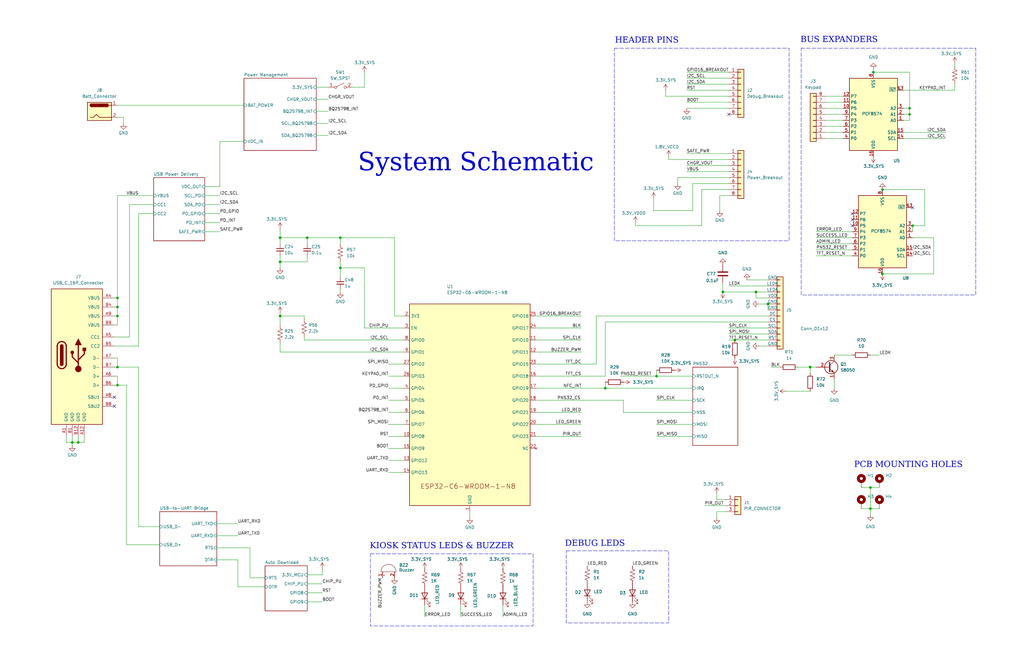
<source format=kicad_sch>
(kicad_sch (version 20231120) (generator "eeschema") (generator_version "8.0")
  (paper "B")
  (title_block (title "SCAN") (date "2024-11-25") (rev "v1.0") (company "Senior Design Group 35"))
  (lib_symbols
    (symbol "Connector:Jack-DC" (pin_names (offset 1.016))
      (property "Reference" "J" (at 0 5.334 0))
      (property "Value" "Jack-DC" (at 0 -5.08 0))
      (symbol "Jack-DC_1_1"
        (pin passive line (at 7.62 2.54 180) (length 2.54) (name "~") (number "1"))
        (pin passive line (at 7.62 -2.54 180) (length 2.54) (name "~") (number "2"))
      )
    )
    (symbol "Connector:USB_C_Receptacle" (pin_names (offset 1.016))
      (property "Reference" "J7" (at 0 33.02 0))
      (property "Value" "USB_C_16P_Connector" (at 0 30.48 0))
      (symbol "USB_C_Receptacle_1_1"
        (pin passive line (at -5.08 -34.29 90) (length 5.08) (name "GND") (number "A1"))
        (pin passive line (at 2.54 -34.29 90) (length 5.08) (name "GND") (number "A12"))
        (pin passive line (at 15.24 24.13 180) (length 5.08) (name "VBUS") (number "A4"))
        (pin bidirectional line (at 15.24 7.62 180) (length 5.08) (name "CC1") (number "A5"))
        (pin bidirectional line (at 15.24 -8.89 180) (length 5.08) (name "D+") (number "A6"))
        (pin bidirectional line (at 15.24 -1.27 180) (length 5.08) (name "D-") (number "A7"))
        (pin bidirectional line (at 15.24 -17.78 180) (length 5.08) (name "SBU1") (number "A8"))
        (pin passive line (at 15.24 16.51 180) (length 5.08) (name "VBUS") (number "A9"))
        (pin passive line (at -2.54 -34.29 90) (length 5.08) (name "GND") (number "B1"))
        (pin passive line (at 0 -34.29 90) (length 5.08) (name "GND") (number "B12"))
        (pin passive line (at 15.24 20.32 180) (length 5.08) (name "VBUS") (number "B4"))
        (pin bidirectional line (at 15.24 3.81 180) (length 5.08) (name "CC2") (number "B5"))
        (pin bidirectional line (at 15.24 -12.7 180) (length 5.08) (name "D+") (number "B6"))
        (pin bidirectional line (at 15.24 -5.08 180) (length 5.08) (name "D-") (number "B7"))
        (pin bidirectional line (at 15.24 -21.59 180) (length 5.08) (name "SBU2") (number "B8"))
        (pin passive line (at 15.24 12.7 180) (length 5.08) (name "VBUS") (number "B9"))
      )
    )
    (symbol "Connector_Generic:Conn_01x03" (pin_names (offset 1.016) hide)
      (property "Reference" "J" (at 0 5.08 0))
      (property "Value" "Conn_01x03" (at 0 -5.08 0))
      (symbol "Conn_01x03_1_1"
        (pin passive line (at -5.08 2.54 0) (length 3.81) (name "Pin_1") (number "1"))
        (pin passive line (at -5.08 0 0) (length 3.81) (name "Pin_2") (number "2"))
        (pin passive line (at -5.08 -2.54 0) (length 3.81) (name "Pin_3") (number "3"))
      )
    )
    (symbol "Connector_Generic:Conn_01x08" (pin_names (offset 1.016) hide)
      (property "Reference" "J" (at 0 10.16 0))
      (property "Value" "Conn_01x08" (at 0 -12.7 0))
      (symbol "Conn_01x08_1_1"
        (pin passive line (at -5.08 7.62 0) (length 3.81) (name "Pin_1") (number "1"))
        (pin passive line (at -5.08 5.08 0) (length 3.81) (name "Pin_2") (number "2"))
        (pin passive line (at -5.08 2.54 0) (length 3.81) (name "Pin_3") (number "3"))
        (pin passive line (at -5.08 0 0) (length 3.81) (name "Pin_4") (number "4"))
        (pin passive line (at -5.08 -2.54 0) (length 3.81) (name "Pin_5") (number "5"))
        (pin passive line (at -5.08 -5.08 0) (length 3.81) (name "Pin_6") (number "6"))
        (pin passive line (at -5.08 -7.62 0) (length 3.81) (name "Pin_7") (number "7"))
        (pin passive line (at -5.08 -10.16 0) (length 3.81) (name "Pin_8") (number "8"))
      )
    )
    (symbol "Connector_Generic:Conn_01x12" (pin_numbers hide) (pin_names (offset 0))
      (property "Reference" "J5" (at 2.54 0.0001 0))
      (property "Value" "Conn_01x12" (at 8.636 -7.874 0))
      (symbol "Conn_01x12_1_1"
        (pin passive line (at -5.08 12.7 0) (length 3.81) (name "GND") (number "1"))
        (pin passive line (at -5.08 -10.16 0) (length 3.81) (name "SDA") (number "10"))
        (pin passive line (at -5.08 -12.7 0) (length 3.81) (name "RST") (number "11"))
        (pin passive line (at -5.08 -15.24 0) (length 3.81) (name "GND") (number "12"))
        (pin passive line (at -5.08 10.16 0) (length 3.81) (name "LEDK") (number "2"))
        (pin passive line (at -5.08 7.62 0) (length 3.81) (name "LEDA") (number "3"))
        (pin passive line (at -5.08 5.08 0) (length 3.81) (name "VDD") (number "4"))
        (pin passive line (at -5.08 2.54 0) (length 3.81) (name "GND") (number "5"))
        (pin passive line (at -5.08 0 0) (length 3.81) (name "GND") (number "6"))
        (pin passive line (at -5.08 -2.54 0) (length 3.81) (name "DC") (number "7"))
        (pin passive line (at -5.08 -5.08 0) (length 3.81) (name "CS") (number "8"))
        (pin passive line (at -5.08 -7.62 0) (length 3.81) (name "SCL") (number "9"))
      )
    )
    (symbol "Device:Buzzer" (pin_names (offset 0.0254) hide)
      (property "Reference" "BZ" (at 3.81 1.27 0))
      (property "Value" "Buzzer" (at 3.81 -1.27 0))
      (symbol "Buzzer_1_1"
        (pin passive line (at -2.54 2.54 0) (length 2.54) (name "-") (number "1"))
        (pin passive line (at -2.54 -2.54 0) (length 2.54) (name "+") (number "2"))
      )
    )
    (symbol "Device:C" (pin_numbers hide) (pin_names (offset 0.254))
      (property "Reference" "C" (at 0.635 2.54 0))
      (property "Value" "C" (at 0.635 -2.54 0))
      (symbol "C_1_1"
        (pin passive line (at 0 3.81 270) (length 2.794) (name "~") (number "1"))
        (pin passive line (at 0 -3.81 90) (length 2.794) (name "~") (number "2"))
      )
    )
    (symbol "Device:C_Small" (pin_numbers hide) (pin_names (offset 0.254) hide)
      (property "Reference" "C" (at 0.254 1.778 0))
      (property "Value" "C_Small" (at 0.254 -2.032 0))
      (symbol "C_Small_1_1"
        (pin passive line (at 0 2.54 270) (length 2.032) (name "~") (number "1"))
        (pin passive line (at 0 -2.54 90) (length 2.032) (name "~") (number "2"))
      )
    )
    (symbol "Device:LED" (pin_numbers hide) (pin_names (offset 1.016) hide)
      (property "Reference" "D" (at 0 2.54 0))
      (property "Value" "LED" (at 0 -2.54 0))
      (symbol "LED_1_1"
        (pin passive line (at -3.81 0 0) (length 2.54) (name "K") (number "1"))
        (pin passive line (at 3.81 0 180) (length 2.54) (name "A") (number "2"))
      )
    )
    (symbol "Device:R" (pin_numbers hide) (pin_names (offset 0))
      (property "Reference" "R" (at 2.032 0 90))
      (property "Value" "R" (at 0 0 90))
      (symbol "R_1_1"
        (pin passive line (at 0 3.81 270) (length 1.27) (name "~") (number "1"))
        (pin passive line (at 0 -3.81 90) (length 1.27) (name "~") (number "2"))
      )
    )
    (symbol "Device:R_US" (pin_numbers hide) (pin_names (offset 0))
      (property "Reference" "R" (at 2.54 0 90))
      (property "Value" "R_US" (at -2.54 0 90))
      (symbol "R_US_1_1"
        (pin passive line (at 0 3.81 270) (length 1.27) (name "~") (number "1"))
        (pin passive line (at 0 -3.81 90) (length 1.27) (name "~") (number "2"))
      )
    )
    (symbol "GND_1" (power) (pin_numbers hide) (pin_names (offset 0) hide)
      (property "Value" "GND" (at 0 -3.81 0))
      (symbol "GND_1_1_1"
        (pin power_in line (at 0 0 270) (length 0) (name "~") (number "1"))
      )
    )
    (symbol "GND_2" (power) (pin_numbers hide) (pin_names (offset 0) hide)
      (property "Value" "GND" (at 0 -3.81 0))
      (symbol "GND_2_1_1"
        (pin power_in line (at 0 0 270) (length 0) (name "~") (number "1"))
      )
    )
    (symbol "GND_3" (power) (pin_numbers hide) (pin_names (offset 0) hide)
      (property "Value" "GND" (at 0 -3.81 0))
      (symbol "GND_3_1_1"
        (pin power_in line (at 0 0 270) (length 0) (name "~") (number "1"))
      )
    )
    (symbol "GND_4" (power) (pin_numbers hide) (pin_names (offset 0) hide)
      (property "Value" "GND" (at 0 -3.81 0))
      (symbol "GND_4_1_1"
        (pin power_in line (at 0 0 270) (length 0) (name "~") (number "1"))
      )
    )
    (symbol "Interface_Expansion:PCF8574"
      (property "Reference" "U" (at -8.89 16.51 0))
      (property "Value" "PCF8574" (at 2.54 16.51 0))
      (symbol "PCF8574_1_1"
        (pin input line (at -12.7 2.54 0) (length 2.54) (name "A0") (number "1"))
        (pin bidirectional line (at 12.7 -2.54 180) (length 2.54) (name "P5") (number "10"))
        (pin bidirectional line (at 12.7 -5.08 180) (length 2.54) (name "P6") (number "11"))
        (pin bidirectional line (at 12.7 -7.62 180) (length 2.54) (name "P7") (number "12"))
        (pin open_collector output_low (at -12.7 -10.16 0) (length 2.54) (name "~{INT}") (number "13"))
        (pin input line (at -12.7 10.16 0) (length 2.54) (name "SCL") (number "14"))
        (pin bidirectional line (at -12.7 7.62 0) (length 2.54) (name "SDA") (number "15"))
        (pin power_in line (at 0 17.78 270) (length 2.54) (name "VDD") (number "16"))
        (pin input line (at -12.7 0 0) (length 2.54) (name "A1") (number "2"))
        (pin input line (at -12.7 -2.54 0) (length 2.54) (name "A2") (number "3"))
        (pin bidirectional line (at 12.7 10.16 180) (length 2.54) (name "P0") (number "4"))
        (pin bidirectional line (at 12.7 7.62 180) (length 2.54) (name "P1") (number "5"))
        (pin bidirectional line (at 12.7 5.08 180) (length 2.54) (name "P2") (number "6"))
        (pin bidirectional line (at 12.7 2.54 180) (length 2.54) (name "P3") (number "7"))
        (pin power_in line (at 0 -17.78 90) (length 2.54) (name "VSS") (number "8"))
        (pin bidirectional line (at 12.7 0 180) (length 2.54) (name "P4") (number "9"))
      )
    )
    (symbol "Mechanical:MountingHole_Pad" (pin_numbers hide) (pin_names (offset 1.016) hide) (exclude_from_sim yes) (in_bom no)
      (property "Reference" "H" (at 0 6.35 0))
      (property "Value" "MountingHole_Pad" (at 0 4.445 0))
      (symbol "MountingHole_Pad_1_1"
        (pin input line (at 0 -2.54 90) (length 2.54) (name "1") (number "1"))
      )
    )
    (symbol "PCM_Espressif:ESP32-C6-WROOM-1"
      (property "Reference" "U1" (at -9.652 40.386 0))
      (property "Value" "ESP32-C6-WROOM-1-N8" (at -9.652 37.846 0))
      (symbol "ESP32-C6-WROOM-1_1_0"
        (text "ESP32-C6-WROOM-1-N8" (at -0.762 -43.942 0) (effects (font (size 2 2))))
      )
      (symbol "ESP32-C6-WROOM-1_1_1"
        (pin power_in line (at 0 -54.61 90) (length 2.54) (name "GND") (number "1"))
        (pin bidirectional line (at -27.94 -22.86 0) (length 2.54) (name "GPIO8") (number "10"))
        (pin bidirectional line (at 27.94 17.78 180) (length 2.54) (name "GPIO10") (number "11"))
        (pin bidirectional line (at 27.94 12.7 180) (length 2.54) (name "GPIO11") (number "12"))
        (pin bidirectional line (at -27.94 -33.02 0) (length 2.54) (name "GPIO12") (number "13"))
        (pin bidirectional line (at -27.94 -38.1 0) (length 2.54) (name "GPIO13") (number "14"))
        (pin bidirectional line (at -27.94 -27.94 0) (length 2.54) (name "GPIO9") (number "15"))
        (pin bidirectional line (at 27.94 2.54 180) (length 2.54) (name "GPIO18") (number "16"))
        (pin bidirectional line (at 27.94 -2.54 180) (length 2.54) (name "GPIO19") (number "17"))
        (pin bidirectional line (at 27.94 -7.62 180) (length 2.54) (name "GPIO20") (number "18"))
        (pin bidirectional line (at 27.94 -12.7 180) (length 2.54) (name "GPIO21") (number "19"))
        (pin power_in line (at -27.94 27.94 0) (length 2.54) (name "3V3") (number "2"))
        (pin bidirectional line (at 27.94 -17.78 180) (length 2.54) (name "GPIO22") (number "20"))
        (pin bidirectional line (at 27.94 -22.86 180) (length 2.54) (name "GPIO23") (number "21"))
        (pin no_connect line (at 27.94 -27.94 180) (length 2.54) (name "NC") (number "22"))
        (pin bidirectional line (at 27.94 7.62 180) (length 2.54) (name "GPIO15") (number "23"))
        (pin bidirectional line (at 27.94 22.86 180) (length 2.54) (name "GPIO17") (number "24"))
        (pin bidirectional line (at 27.94 27.94 180) (length 2.54) (name "GPIO16") (number "25"))
        (pin bidirectional line (at -27.94 2.54 0) (length 2.54) (name "GPIO3") (number "26"))
        (pin bidirectional line (at -27.94 7.62 0) (length 2.54) (name "GPIO2") (number "27"))
        (pin input line (at -27.94 22.86 0) (length 2.54) (name "EN") (number "3"))
        (pin bidirectional line (at -27.94 -2.54 0) (length 2.54) (name "GPIO4") (number "4"))
        (pin bidirectional line (at -27.94 -7.62 0) (length 2.54) (name "GPIO5") (number "5"))
        (pin bidirectional line (at -27.94 -12.7 0) (length 2.54) (name "GPIO6") (number "6"))
        (pin bidirectional line (at -27.94 -17.78 0) (length 2.54) (name "GPIO7") (number "7"))
        (pin bidirectional line (at -27.94 17.78 0) (length 2.54) (name "GPIO0") (number "8"))
        (pin bidirectional line (at -27.94 12.7 0) (length 2.54) (name "GPIO1") (number "9"))
      )
    )
    (symbol "Switch:SW_SPST" (pin_names (offset 0) hide)
      (property "Reference" "SW" (at 0 3.175 0))
      (property "Value" "SW_SPST" (at 0 -2.54 0))
      (symbol "SW_SPST_1_1"
        (pin passive line (at -5.08 0 0) (length 2.54) (name "A") (number "1"))
        (pin passive line (at 5.08 0 180) (length 2.54) (name "B") (number "2"))
      )
    )
    (symbol "Transistor_BJT:S8050" (pin_names (offset 0) hide)
      (property "Reference" "Q" (at 5.08 1.905 0))
      (property "Value" "S8050" (at 5.08 0 0))
      (symbol "S8050_1_1"
        (pin passive line (at 2.54 -5.08 90) (length 2.54) (name "E") (number "1"))
        (pin input line (at -5.08 0 0) (length 5.08) (name "B") (number "2"))
        (pin passive line (at 2.54 5.08 270) (length 2.54) (name "C") (number "3"))
      )
    )
    (symbol "power:+3.3V" (power) (pin_numbers hide) (pin_names (offset 0) hide)
      (property "Value" "+3.3V" (at 0 3.556 0))
      (symbol "+3.3V_1_1"
        (pin power_in line (at 0 0 90) (length 0) (name "~") (number "1"))
      )
    )
    (symbol "power:GND" (power) (pin_names (offset 0))
      (property "Value" "GND" (at 0 -3.81 0))
      (symbol "GND_1_1"
        (pin power_in line (at 0 0 270) (length 0) hide (name "GND") (number "1"))
      )
    )
  )
  (junction (at 372.11 115.57))
  (junction (at 304.8 123.19))
  (junction (at 118.11 100.33))
  (junction (at 49.53 133.35))
  (junction (at 143.51 100.33))
  (junction (at 367.03 214.63))
  (junction (at 49.53 162.56))
  (junction (at 341.63 154.94))
  (junction (at 143.51 113.03))
  (junction (at 383.54 48.26))
  (junction (at 118.11 133.35))
  (junction (at 383.54 45.72))
  (junction (at 255.27 163.83))
  (junction (at 49.53 129.54))
  (junction (at 323.85 128.27))
  (junction (at 368.3 30.48))
  (junction (at 318.77 123.19))
  (junction (at 118.11 110.49))
  (junction (at 33.02 186.69))
  (junction (at 309.88 143.51))
  (junction (at 30.48 186.69))
  (junction (at 384.81 95.25))
  (junction (at 49.53 154.94))
  (junction (at 129.54 100.33))
  (junction (at 367.03 205.74))
  (junction (at 276.86 158.75))
  (junction (at 372.11 80.01))
  (junction (at 49.53 125.73))
  (no_connect (at 359.41 95.25))
  (no_connect (at 359.41 92.71))
  (no_connect (at 307.34 48.26))
  (no_connect (at 384.81 87.63))
  (no_connect (at 48.26 171.45))
  (no_connect (at 359.41 90.17))
  (no_connect (at 48.26 167.64))
  (wire (pts (xy 289.56 69.85) (xy 307.34 69.85)))
  (wire (pts (xy 344.17 105.41) (xy 359.41 105.41)))
  (wire (pts (xy 105.41 243.84) (xy 105.41 231.14)))
  (wire (pts (xy 118.11 144.78) (xy 118.11 148.59)))
  (wire (pts (xy 307.34 82.55) (xy 303.53 82.55)))
  (wire (pts (xy 381 38.1) (xy 402.59 38.1)))
  (wire (pts (xy 318.77 123.19) (xy 304.8 123.19)))
  (wire (pts (xy 128.27 133.35) (xy 118.11 133.35)))
  (wire (pts (xy 118.11 148.59) (xy 170.18 148.59)))
  (wire (pts (xy 48.26 146.05) (xy 58.42 146.05)))
  (wire (pts (xy 289.56 38.1) (xy 307.34 38.1)))
  (wire (pts (xy 280.67 40.64) (xy 307.34 40.64)))
  (wire (pts (xy 347.98 40.64) (xy 355.6 40.64)))
  (wire (pts (xy 52.07 49.53) (xy 49.53 49.53)))
  (wire (pts (xy 367.03 214.63) (xy 370.84 214.63)))
  (wire (pts (xy 275.59 83.82) (xy 275.59 88.9)))
  (wire (pts (xy 129.54 242.57) (xy 135.89 242.57)))
  (wire (pts (xy 163.83 163.83) (xy 170.18 163.83)))
  (wire (pts (xy 128.27 142.24) (xy 128.27 143.51)))
  (wire (pts (xy 381 55.88) (xy 398.78 55.88)))
  (wire (pts (xy 135.89 254) (xy 129.54 254)))
  (wire (pts (xy 58.42 222.25) (xy 58.42 154.94)))
  (wire (pts (xy 133.35 46.99) (xy 138.43 46.99)))
  (wire (pts (xy 281.94 67.31) (xy 307.34 67.31)))
  (wire (pts (xy 166.37 100.33) (xy 166.37 133.35)))
  (wire (pts (xy 255.27 135.89) (xy 255.27 158.75)))
  (wire (pts (xy 389.89 95.25) (xy 384.81 95.25)))
  (wire (pts (xy 48.26 158.75) (xy 49.53 158.75)))
  (wire (pts (xy 295.91 95.25) (xy 295.91 80.01)))
  (wire (pts (xy 52.07 49.53) (xy 52.07 52.07)))
  (wire (pts (xy 92.71 59.69) (xy 102.87 59.69)))
  (wire (pts (xy 128.27 143.51) (xy 170.18 143.51)))
  (wire (pts (xy 49.53 137.16) (xy 49.53 133.35)))
  (wire (pts (xy 383.54 30.48) (xy 368.3 30.48)))
  (wire (pts (xy 135.89 242.57) (xy 135.89 240.03)))
  (wire (pts (xy 302.26 215.9) (xy 302.26 218.44)))
  (wire (pts (xy 347.98 58.42) (xy 355.6 58.42)))
  (wire (pts (xy 27.94 186.69) (xy 30.48 186.69)))
  (wire (pts (xy 245.11 138.43) (xy 226.06 138.43)))
  (wire (pts (xy 30.48 184.15) (xy 30.48 186.69)))
  (wire (pts (xy 226.06 173.99) (xy 245.11 173.99)))
  (wire (pts (xy 138.43 52.07) (xy 133.35 52.07)))
  (wire (pts (xy 143.51 100.33) (xy 143.51 102.87)))
  (wire (pts (xy 289.56 64.77) (xy 307.34 64.77)))
  (wire (pts (xy 295.91 80.01) (xy 307.34 80.01)))
  (wire (pts (xy 48.26 125.73) (xy 49.53 125.73)))
  (wire (pts (xy 48.26 133.35) (xy 49.53 133.35)))
  (wire (pts (xy 163.83 179.07) (xy 170.18 179.07)))
  (wire (pts (xy 58.42 90.17) (xy 64.77 90.17)))
  (wire (pts (xy 194.31 260.35) (xy 194.31 255.27)))
  (wire (pts (xy 384.81 100.33) (xy 393.7 100.33)))
  (wire (pts (xy 367.03 205.74) (xy 370.84 205.74)))
  (wire (pts (xy 27.94 184.15) (xy 27.94 186.69)))
  (wire (pts (xy 255.27 161.29) (xy 255.27 163.83)))
  (wire (pts (xy 347.98 53.34) (xy 355.6 53.34)))
  (wire (pts (xy 344.17 102.87) (xy 359.41 102.87)))
  (wire (pts (xy 49.53 44.45) (xy 102.87 44.45)))
  (wire (pts (xy 105.41 243.84) (xy 111.76 243.84)))
  (wire (pts (xy 166.37 100.33) (xy 143.51 100.33)))
  (wire (pts (xy 163.83 158.75) (xy 170.18 158.75)))
  (wire (pts (xy 323.85 125.73) (xy 318.77 125.73)))
  (wire (pts (xy 383.54 50.8) (xy 383.54 48.26)))
  (wire (pts (xy 100.33 247.65) (xy 100.33 236.22)))
  (wire (pts (xy 49.53 151.13) (xy 48.26 151.13)))
  (wire (pts (xy 49.53 129.54) (xy 49.53 133.35)))
  (wire (pts (xy 363.22 214.63) (xy 367.03 214.63)))
  (wire (pts (xy 303.53 82.55) (xy 303.53 88.9)))
  (wire (pts (xy 393.7 100.33) (xy 393.7 115.57)))
  (wire (pts (xy 163.83 184.15) (xy 170.18 184.15)))
  (wire (pts (xy 198.12 215.9) (xy 198.12 218.44)))
  (wire (pts (xy 129.54 250.19) (xy 135.89 250.19)))
  (wire (pts (xy 226.06 184.15) (xy 245.11 184.15)))
  (wire (pts (xy 255.27 135.89) (xy 323.85 135.89)))
  (wire (pts (xy 153.67 113.03) (xy 153.67 138.43)))
  (wire (pts (xy 347.98 50.8) (xy 355.6 50.8)))
  (wire (pts (xy 276.86 168.91) (xy 292.1 168.91)))
  (wire (pts (xy 285.75 74.93) (xy 285.75 77.47)))
  (wire (pts (xy 281.94 67.31) (xy 281.94 66.04)))
  (wire (pts (xy 347.98 55.88) (xy 355.6 55.88)))
  (wire (pts (xy 92.71 59.69) (xy 92.71 78.74)))
  (wire (pts (xy 138.43 57.15) (xy 133.35 57.15)))
  (wire (pts (xy 226.06 168.91) (xy 262.89 168.91)))
  (wire (pts (xy 118.11 110.49) (xy 129.54 110.49)))
  (wire (pts (xy 166.37 133.35) (xy 170.18 133.35)))
  (wire (pts (xy 367.03 214.63) (xy 367.03 217.17)))
  (wire (pts (xy 289.56 33.02) (xy 307.34 33.02)))
  (wire (pts (xy 289.56 45.72) (xy 307.34 45.72)))
  (wire (pts (xy 359.41 149.86) (xy 351.79 149.86)))
  (wire (pts (xy 275.59 88.9) (xy 292.1 88.9)))
  (wire (pts (xy 289.56 35.56) (xy 307.34 35.56)))
  (wire (pts (xy 86.36 90.17) (xy 92.71 90.17)))
  (wire (pts (xy 129.54 100.33) (xy 143.51 100.33)))
  (wire (pts (xy 67.31 222.25) (xy 58.42 222.25)))
  (wire (pts (xy 251.46 133.35) (xy 251.46 153.67)))
  (wire (pts (xy 53.34 229.87) (xy 53.34 162.56)))
  (wire (pts (xy 304.8 119.38) (xy 304.8 123.19)))
  (wire (pts (xy 323.85 128.27) (xy 323.85 130.81)))
  (wire (pts (xy 92.71 82.55) (xy 86.36 82.55)))
  (wire (pts (xy 383.54 48.26) (xy 381 48.26)))
  (wire (pts (xy 363.22 205.74) (xy 367.03 205.74)))
  (wire (pts (xy 307.34 143.51) (xy 309.88 143.51)))
  (wire (pts (xy 118.11 132.08) (xy 118.11 133.35)))
  (wire (pts (xy 276.86 179.07) (xy 292.1 179.07)))
  (wire (pts (xy 226.06 179.07) (xy 245.11 179.07)))
  (wire (pts (xy 383.54 45.72) (xy 383.54 30.48)))
  (wire (pts (xy 212.09 260.35) (xy 212.09 255.27)))
  (wire (pts (xy 100.33 236.22) (xy 91.44 236.22)))
  (wire (pts (xy 105.41 231.14) (xy 91.44 231.14)))
  (wire (pts (xy 179.07 260.35) (xy 179.07 255.27)))
  (wire (pts (xy 251.46 153.67) (xy 226.06 153.67)))
  (wire (pts (xy 118.11 102.87) (xy 118.11 100.33)))
  (wire (pts (xy 48.26 142.24) (xy 54.61 142.24)))
  (wire (pts (xy 54.61 142.24) (xy 54.61 86.36)))
  (wire (pts (xy 148.59 36.83) (xy 153.67 36.83)))
  (wire (pts (xy 49.53 158.75) (xy 49.53 162.56)))
  (wire (pts (xy 49.53 162.56) (xy 48.26 162.56)))
  (wire (pts (xy 331.47 165.1) (xy 341.63 165.1)))
  (wire (pts (xy 118.11 133.35) (xy 118.11 137.16)))
  (wire (pts (xy 367.03 205.74) (xy 367.03 214.63)))
  (wire (pts (xy 381 58.42) (xy 398.78 58.42)))
  (wire (pts (xy 292.1 88.9) (xy 292.1 77.47)))
  (wire (pts (xy 320.04 128.27) (xy 323.85 128.27)))
  (wire (pts (xy 118.11 100.33) (xy 129.54 100.33)))
  (wire (pts (xy 307.34 140.97) (xy 323.85 140.97)))
  (wire (pts (xy 341.63 157.48) (xy 341.63 154.94)))
  (wire (pts (xy 383.54 45.72) (xy 381 45.72)))
  (wire (pts (xy 289.56 72.39) (xy 307.34 72.39)))
  (wire (pts (xy 33.02 184.15) (xy 33.02 186.69)))
  (wire (pts (xy 86.36 97.79) (xy 92.71 97.79)))
  (wire (pts (xy 261.62 158.75) (xy 276.86 158.75)))
  (wire (pts (xy 347.98 48.26) (xy 355.6 48.26)))
  (wire (pts (xy 262.89 173.99) (xy 262.89 168.91)))
  (wire (pts (xy 92.71 86.36) (xy 86.36 86.36)))
  (wire (pts (xy 302.26 210.82) (xy 302.26 208.28)))
  (wire (pts (xy 49.53 154.94) (xy 49.53 151.13)))
  (wire (pts (xy 306.07 213.36) (xy 297.18 213.36)))
  (wire (pts (xy 245.11 133.35) (xy 226.06 133.35)))
  (wire (pts (xy 143.51 121.92) (xy 143.51 123.19)))
  (wire (pts (xy 289.56 43.18) (xy 307.34 43.18)))
  (wire (pts (xy 383.54 50.8) (xy 381 50.8)))
  (wire (pts (xy 383.54 48.26) (xy 383.54 45.72)))
  (wire (pts (xy 49.53 125.73) (xy 49.53 129.54)))
  (wire (pts (xy 49.53 82.55) (xy 49.53 125.73)))
  (wire (pts (xy 163.83 199.39) (xy 170.18 199.39)))
  (wire (pts (xy 306.07 210.82) (xy 302.26 210.82)))
  (wire (pts (xy 54.61 86.36) (xy 64.77 86.36)))
  (wire (pts (xy 292.1 77.47) (xy 307.34 77.47)))
  (wire (pts (xy 143.51 110.49) (xy 143.51 113.03)))
  (wire (pts (xy 402.59 35.56) (xy 402.59 38.1)))
  (wire (pts (xy 280.67 38.1) (xy 280.67 40.64)))
  (wire (pts (xy 245.11 143.51) (xy 226.06 143.51)))
  (wire (pts (xy 320.04 146.05) (xy 323.85 146.05)))
  (wire (pts (xy 153.67 138.43) (xy 170.18 138.43)))
  (wire (pts (xy 292.1 173.99) (xy 262.89 173.99)))
  (wire (pts (xy 309.88 143.51) (xy 323.85 143.51)))
  (wire (pts (xy 289.56 30.48) (xy 307.34 30.48)))
  (wire (pts (xy 255.27 163.83) (xy 292.1 163.83)))
  (wire (pts (xy 323.85 123.19) (xy 318.77 123.19)))
  (wire (pts (xy 91.44 220.98) (xy 100.33 220.98)))
  (wire (pts (xy 347.98 43.18) (xy 355.6 43.18)))
  (wire (pts (xy 35.56 184.15) (xy 35.56 186.69)))
  (wire (pts (xy 276.86 156.21) (xy 276.86 158.75)))
  (wire (pts (xy 306.07 215.9) (xy 302.26 215.9)))
  (wire (pts (xy 91.44 226.06) (xy 100.33 226.06)))
  (wire (pts (xy 100.33 247.65) (xy 111.76 247.65)))
  (wire (pts (xy 307.34 138.43) (xy 323.85 138.43)))
  (wire (pts (xy 35.56 186.69) (xy 33.02 186.69)))
  (wire (pts (xy 251.46 133.35) (xy 323.85 133.35)))
  (wire (pts (xy 118.11 110.49) (xy 118.11 113.03)))
  (wire (pts (xy 48.26 137.16) (xy 49.53 137.16)))
  (wire (pts (xy 163.83 189.23) (xy 170.18 189.23)))
  (wire (pts (xy 368.3 29.21) (xy 368.3 30.48)))
  (wire (pts (xy 133.35 41.91) (xy 138.43 41.91)))
  (wire (pts (xy 384.81 95.25) (xy 384.81 97.79)))
  (wire (pts (xy 33.02 186.69) (xy 30.48 186.69)))
  (wire (pts (xy 49.53 162.56) (xy 53.34 162.56)))
  (wire (pts (xy 163.83 194.31) (xy 170.18 194.31)))
  (wire (pts (xy 129.54 107.95) (xy 129.54 110.49)))
  (wire (pts (xy 285.75 74.93) (xy 307.34 74.93)))
  (wire (pts (xy 267.97 95.25) (xy 295.91 95.25)))
  (wire (pts (xy 267.97 93.98) (xy 267.97 95.25)))
  (wire (pts (xy 351.79 163.83) (xy 351.79 160.02)))
  (wire (pts (xy 48.26 129.54) (xy 49.53 129.54)))
  (wire (pts (xy 226.06 158.75) (xy 255.27 158.75)))
  (wire (pts (xy 118.11 96.52) (xy 118.11 100.33)))
  (wire (pts (xy 393.7 115.57) (xy 372.11 115.57)))
  (wire (pts (xy 49.53 154.94) (xy 58.42 154.94)))
  (wire (pts (xy 48.26 154.94) (xy 49.53 154.94)))
  (wire (pts (xy 163.83 153.67) (xy 170.18 153.67)))
  (wire (pts (xy 163.83 173.99) (xy 170.18 173.99)))
  (wire (pts (xy 402.59 26.67) (xy 402.59 27.94)))
  (wire (pts (xy 58.42 146.05) (xy 58.42 90.17)))
  (wire (pts (xy 67.31 229.87) (xy 53.34 229.87)))
  (wire (pts (xy 325.12 154.94) (xy 328.93 154.94)))
  (wire (pts (xy 143.51 113.03) (xy 143.51 116.84)))
  (wire (pts (xy 336.55 154.94) (xy 341.63 154.94)))
  (wire (pts (xy 86.36 78.74) (xy 92.71 78.74)))
  (wire (pts (xy 153.67 113.03) (xy 143.51 113.03)))
  (wire (pts (xy 314.96 118.11) (xy 323.85 118.11)))
  (wire (pts (xy 276.86 158.75) (xy 292.1 158.75)))
  (wire (pts (xy 370.84 149.86) (xy 367.03 149.86)))
  (wire (pts (xy 129.54 102.87) (xy 129.54 100.33)))
  (wire (pts (xy 153.67 36.83) (xy 153.67 30.48)))
  (wire (pts (xy 163.83 168.91) (xy 170.18 168.91)))
  (wire (pts (xy 30.48 186.69) (xy 30.48 187.96)))
  (wire (pts (xy 86.36 93.98) (xy 92.71 93.98)))
  (wire (pts (xy 129.54 246.38) (xy 135.89 246.38)))
  (wire (pts (xy 118.11 107.95) (xy 118.11 110.49)))
  (wire (pts (xy 347.98 45.72) (xy 355.6 45.72)))
  (wire (pts (xy 341.63 154.94) (xy 344.17 154.94)))
  (wire (pts (xy 128.27 134.62) (xy 128.27 133.35)))
  (wire (pts (xy 226.06 163.83) (xy 255.27 163.83)))
  (wire (pts (xy 276.86 184.15) (xy 292.1 184.15)))
  (wire (pts (xy 344.17 107.95) (xy 359.41 107.95)))
  (wire (pts (xy 307.34 120.65) (xy 323.85 120.65)))
  (wire (pts (xy 133.35 36.83) (xy 138.43 36.83)))
  (wire (pts (xy 318.77 125.73) (xy 318.77 123.19)))
  (wire (pts (xy 389.89 80.01) (xy 372.11 80.01)))
  (wire (pts (xy 245.11 148.59) (xy 226.06 148.59)))
  (wire (pts (xy 344.17 100.33) (xy 359.41 100.33)))
  (wire (pts (xy 344.17 97.79) (xy 359.41 97.79)))
  (wire (pts (xy 389.89 80.01) (xy 389.89 95.25)))
  (wire (pts (xy 49.53 82.55) (xy 64.77 82.55)))
  (rectangle (start 397.51 59.69) (end 397.51 59.69))
  (rectangle (start 337.82 20.32) (end 411.48 124.46) (stroke (width 0) (type dash)))
  (rectangle (start 156.21 233.68) (end 224.79 264.16) (stroke (width 0) (type dash)))
  (rectangle (start 259.08 20.32) (end 332.74 101.6) (stroke (width 0) (type dash)))
  (rectangle (start 238.76 232.41) (end 281.94 262.89) (stroke (width 0) (type dash)))
  (text "HEADER PINS" (at 259.334 19.304 0) (effects (font (size 2.54 2.54) (thickness 0.3175)) (justify left bottom)))
  (text "System Schematic" (at 200.66 70.866 0) (effects (font (size 7.62 7.62) (thickness 0.9525))))
  (text "KIOSK STATUS LEDS & BUZZER" (at 155.956 232.664 0) (effects (font (size 2.54 2.54) (thickness 0.3175)) (justify left bottom)))
  (text "BUS EXPANDERS" (at 337.566 19.05 0) (effects (font (size 2.54 2.54) (thickness 0.3175)) (justify left bottom)))
  (text "PCB MOUNTING HOLES" (at 360.172 198.374 0) (effects (font (size 2.54 2.54) (thickness 0.3175)) (justify left bottom)))
  (text "DEBUG LEDS" (at 238.252 231.648 0) (effects (font (size 2.54 2.54) (thickness 0.3175)) (justify left bottom)))
  (label "TFT_RESET_N" (at 344.17 107.95 0))
  (label "CHGR_VOUT" (at 138.43 41.91 0))
  (label "SPI_MOSI" (at 163.83 179.07 180))
  (label "I2C_SCL" (at 398.78 58.42 180))
  (label "ADMIN_LED" (at 212.09 260.35 0))
  (label "LEDK" (at 370.84 149.86 0))
  (label "PIR_OUT" (at 297.18 213.36 0))
  (label "CHGR_VOUT" (at 289.56 69.85 0))
  (label "BOOT" (at 163.83 189.23 180))
  (label "PN532_RESET" (at 261.62 158.75 0))
  (label "LED_GREEN" (at 266.7 238.76 0))
  (label "UART_TXD" (at 163.83 194.31 180))
  (label "VBUS" (at 289.56 72.39 0))
  (label "KEYPAD_INT" (at 163.83 158.75 180))
  (label "TFT_RESET_N" (at 307.34 143.51 0))
  (label "ERROR_LED" (at 179.07 260.35 0))
  (label "SPI_MISO" (at 163.83 153.67 180))
  (label "SPI_CLK" (at 307.34 138.43 0))
  (label "BUZZER_PWM" (at 245.11 148.59 180))
  (label "UART_TXD" (at 100.33 226.06 0))
  (label "LEDK" (at 307.34 120.65 0))
  (label "TFT_DC" (at 245.11 153.67 180))
  (label "TFT_CS" (at 245.11 158.75 180))
  (label "BLK" (at 325.12 154.94 0))
  (label "SPI_CLK" (at 276.86 168.91 0))
  (label "KEYPAD_INT" (at 398.78 38.1 180))
  (label "PN532_CS" (at 234.95 168.91 0))
  (label "LED_RED" (at 245.11 173.99 180))
  (label "RST" (at 135.89 250.19 0))
  (label "CHIP_PU" (at 163.83 138.43 180))
  (label "VBUS" (at 58.42 82.55 180))
  (label "PD_INT" (at 92.71 93.98 0))
  (label "I2C_SDA" (at 398.78 55.88 180))
  (label "PD_GPIO" (at 163.83 163.83 180))
  (label "PD_GPIO" (at 92.71 90.17 0))
  (label "UART_RXD" (at 163.83 199.39 180))
  (label "BOOT" (at 289.56 43.18 0))
  (label "ERROR_LED" (at 344.17 97.79 0))
  (label "I2C_SCL" (at 289.56 33.02 0))
  (label "BQ25798_INT" (at 163.83 173.99 180))
  (label "SAFE_PWR" (at 92.71 97.79 0))
  (label "ADMIN_LED" (at 344.17 102.87 0))
  (label "RST" (at 289.56 38.1 0))
  (label "LED_GREEN" (at 245.11 179.07 180))
  (label "RST" (at 163.83 184.15 180))
  (label "NFC_INT" (at 237.49 163.83 0))
  (label "I2C_SDA" (at 92.71 86.36 0))
  (label "I2C_SCL" (at 92.71 82.55 0))
  (label "GPIO16_BREAKOUT" (at 245.11 133.35 180))
  (label "I2C_SCL" (at 384.81 107.95 0))
  (label "I2C_SDA" (at 163.83 148.59 180))
  (label "I2C_SCL" (at 138.43 52.07 0))
  (label "SUCCESS_LED" (at 344.17 100.33 0))
  (label "SPI_MOSI" (at 307.34 140.97 0))
  (label "PIR_OUT" (at 245.11 184.15 180))
  (label "I2C_SCL" (at 163.83 143.51 180))
  (label "I2C_SDA" (at 384.81 105.41 0))
  (label "PD_INT" (at 163.83 168.91 180))
  (label "SPI_CLK" (at 245.11 143.51 180))
  (label "GPIO16_BREAKOUT" (at 289.56 30.48 0))
  (label "PN532_RESET" (at 344.17 105.41 0))
  (label "SPI_MISO" (at 276.86 184.15 0))
  (label "BUZZER_PWM" (at 161.29 243.84 270))
  (label "LED_RED" (at 247.65 238.76 0))
  (label "UART_RXD" (at 100.33 220.98 0))
  (label "BOOT" (at 135.89 254 0))
  (label "I2C_SDA" (at 138.43 57.15 0))
  (label "BLK" (at 245.11 138.43 180))
  (label "SUCCESS_LED" (at 194.31 260.35 0))
  (label "SPI_MOSI" (at 276.86 179.07 0))
  (label "CHIP_PU" (at 135.89 246.38 0))
  (label "BQ25798_INT" (at 138.43 46.99 0))
  (label "SAFE_PWR" (at 289.56 64.77 0))
  (label "I2C_SDA" (at 289.56 35.56 0))
  (symbol (lib_id "power:GND") (at 247.65 254 0) (unit 1)
    (property "Reference" "#PWR05" (effects (hide yes)))
    (property "Value" "GND" (at 247.65 259.08 0))
  )
  (symbol (lib_id "Device:R_US") (at 266.7 242.57 0) (unit 1)
    (property "Reference" "R2" (at 269.24 241.2999 0) (effects (justify left)))
    (property "Value" "1k" (at 269.24 243.8399 0) (effects (justify left)))
    (property "Description" "Resistor, US symbol" (effects (hide yes)))
  )
  (symbol (lib_id "PCM_Espressif:ESP32-C6-WROOM-1") (at 198.12 161.29 0) (unit 1)
    (property "Reference" "U1" (at 188.468 120.904 0) (effects (justify left)))
    (property "Value" "ESP32-C6-WROOM-1-N8" (at 188.468 123.444 0) (effects (justify left)))
    (property "Footprint" "PCM_Espressif:ESP32-C6-WROOM-1" (effects (hide yes)))
    (property "Datasheet" "https://www.espressif.com/sites/default/files/documentation/esp32-c6-wroom-1_wroom-1u_datasheet_en.pdf" (effects (hide yes)))
    (property "Description" "ESP32-C6-WROOM-1/U is a module that supports 2.4 GHz Wi-Fi 6 (802.11 ax), Bluetooth® 5 (LE), Zigbee and Thread (802.15.4)" (effects (hide yes)))
  )
  (symbol (lib_id "Transistor_BJT:S8050") (at 349.25 154.94 0) (unit 1)
    (property "Reference" "Q1" (at 354.33 153.6699 0) (effects (justify left)))
    (property "Value" "S8050" (at 354.33 156.2099 0) (effects (justify left)))
    (property "Footprint" "Package_TO_SOT_THT:TO-92_Inline" (effects (hide yes)))
    (property "Datasheet" "http://www.unisonic.com.tw/datasheet/S8050.pdf" (effects (hide yes)))
    (property "Description" "0.7A Ic, 20V Vce, Low Voltage High Current NPN Transistor, TO-92" (effects (hide yes)))
  )
  (symbol (lib_id "Interface_Expansion:PCF8574") (at 368.3 48.26 180) (unit 1)
    (property "Reference" "U5" (at 379.476 67.818 0) (effects (justify left)))
    (property "Value" "PCF8574" (at 372.11 48.006 0) (effects (justify left)))
    (property "Datasheet" "http://www.nxp.com/docs/en/data-sheet/PCF8574_PCF8574A.pdf" (effects (hide yes)))
    (property "Description" "8 Bit Port/Expander to I2C Bus, DIP/SOIC-16" (effects (hide yes)))
  )
  (symbol (lib_id "Device:C_Small") (at 129.54 105.41 0) (unit 1)
    (property "Reference" "C25" (at 131.318 104.14 0) (effects (justify left)))
    (property "Value" "0.1u" (at 131.318 106.68 0) (effects (justify left)))
    (property "Description" "50V, 10%" (effects (hide yes)))
  )
  (symbol (lib_id "Device:R_US") (at 143.51 106.68 0) (unit 1)
    (property "Reference" "R57" (at 146.05 105.4099 0) (effects (justify left)))
    (property "Value" "10k" (at 146.05 107.9499 0) (effects (justify left)))
    (property "Description" "1%" (effects (hide yes)))
  )
  (symbol (lib_name "GND_3") (lib_id "power:GND") (at 304.8 111.76 180) (unit 1)
    (property "Reference" "#PWR0118" (effects (hide yes)))
    (property "Value" "GND" (at 304.8 106.68 0))
    (property "Description" "Power symbol creates a global label with name \"GND\" , ground" (effects (hide yes)))
  )
  (symbol (lib_id "power:GND") (at 118.11 113.03 0) (unit 1)
    (property "Reference" "#PWR057" (effects (hide yes)))
    (property "Value" "GND" (at 118.11 117.094 0))
    (property "Description" "Power symbol creates a global label with name \"GND\" , ground" (effects (hide yes)))
  )
  (symbol (lib_id "Device:C") (at 304.8 115.57 0) (unit 1)
    (property "Reference" "C77" (at 297.942 115.57 0) (effects (justify left)))
    (property "Value" "0.1uF" (at 297.688 118.364 0) (effects (justify left)))
    (property "Description" "Unpolarized capacitor" (effects (hide yes)))
  )
  (symbol (lib_id "power:+3.3V") (at 372.11 115.57 180) (unit 1)
    (property "Reference" "#PWR088" (effects (hide yes)))
    (property "Value" "3.3V_SYS" (at 376.428 120.396 0) (effects (justify left)))
    (property "Description" "Power symbol creates a global label with name \"+3.3V\"" (effects (hide yes)))
  )
  (symbol (lib_id "Device:R_US") (at 179.07 243.84 0) (unit 1)
    (property "Reference" "R69" (at 181.61 242.5699 0) (effects (justify left)))
    (property "Value" "1K" (at 181.61 245.1099 0) (effects (justify left)))
    (property "Description" "Resistor, US symbol" (effects (hide yes)))
  )
  (symbol (lib_id "Switch:SW_SPST") (at 143.51 36.83 0) (unit 1)
    (property "Reference" "SW1" (at 143.51 30.48 0))
    (property "Value" "SW_SPST" (at 143.51 33.02 0))
    (property "Description" "Single Pole Single Throw (SPST) switch" (effects (hide yes)))
  )
  (symbol (lib_id "Device:C_Small") (at 143.51 119.38 0) (unit 1)
    (property "Reference" "C48" (at 145.288 118.11 0) (effects (justify left)))
    (property "Value" "1u" (at 145.288 120.65 0) (effects (justify left)))
    (property "Description" "16V, 10%" (effects (hide yes)))
  )
  (symbol (lib_name "GND_1") (lib_id "power:GND") (at 320.04 128.27 270) (unit 1)
    (property "Reference" "#PWR0115" (effects (hide yes)))
    (property "Value" "GND" (at 315.468 128.27 0))
    (property "Description" "Power symbol creates a global label with name \"GND\" , ground" (effects (hide yes)))
  )
  (symbol (lib_id "Device:Buzzer") (at 163.83 241.3 90) (unit 1)
    (property "Reference" "BZ2" (at 172.212 238.506 90) (effects (justify left)))
    (property "Value" "Buzzer" (at 174.752 240.538 90) (effects (justify left)))
  )
  (symbol (lib_id "Device:R") (at 259.08 161.29 90) (unit 1)
    (property "Reference" "R29" (at 259.08 154.94 90))
    (property "Value" "10K" (at 259.08 157.48 90))
    (property "Description" "Resistor" (effects (hide yes)))
  )
  (symbol (lib_id "power:GND") (at 52.07 52.07 0) (unit 1)
    (property "Reference" "#PWR085" (effects (hide yes)))
    (property "Value" "GND" (at 52.07 56.134 0))
    (property "Description" "Power symbol creates a global label with name \"GND\" , ground" (effects (hide yes)))
  )
  (symbol (lib_id "power:+3.3V") (at 281.94 66.04 0) (unit 1)
    (property "Reference" "#PWR092" (effects (hide yes)))
    (property "Value" "1.8V_VCCD" (at 276.098 61.976 0) (effects (justify left)))
    (property "Description" "Power symbol creates a global label with name \"+3.3V\"" (effects (hide yes)))
  )
  (symbol (lib_id "power:+3.3V") (at 402.59 26.67 0) (unit 1)
    (property "Reference" "#PWR099" (effects (hide yes)))
    (property "Value" "3.3V_SYS" (at 396.748 22.606 0) (effects (justify left)))
    (property "Description" "Power symbol creates a global label with name \"+3.3V\"" (effects (hide yes)))
  )
  (symbol (lib_id "power:+3.3V") (at 284.48 156.21 270) (unit 1)
    (property "Reference" "#PWR054" (effects (hide yes)))
    (property "Value" "3.3V_SYS" (at 282.702 153.162 90) (effects (justify left)))
    (property "Description" "Power symbol creates a global label with name \"+3.3V\"" (effects (hide yes)))
  )
  (symbol (lib_id "Device:R") (at 280.67 156.21 90) (unit 1)
    (property "Reference" "R28" (at 280.67 149.86 90))
    (property "Value" "10K" (at 280.67 152.4 90))
    (property "Description" "Resistor" (effects (hide yes)))
  )
  (symbol (lib_id "power:+3.3V") (at 275.59 83.82 0) (unit 1)
    (property "Reference" "#PWR064" (effects (hide yes)))
    (property "Value" "3.3V_SYS" (at 271.272 79.502 0) (effects (justify left)))
    (property "Description" "Power symbol creates a global label with name \"+3.3V\"" (effects (hide yes)))
  )
  (symbol (lib_id "power:+3.3V") (at 212.09 240.03 0) (unit 1)
    (property "Reference" "#PWR015" (effects (hide yes)))
    (property "Value" "3.3V_SYS" (at 206.248 235.966 0) (effects (justify left)))
    (property "Description" "Power symbol creates a global label with name \"+3.3V\"" (effects (hide yes)))
  )
  (symbol (lib_id "Device:LED") (at 194.31 251.46 90) (unit 1)
    (property "Reference" "D9" (at 191.77 251.206 90) (effects (justify left)))
    (property "Value" "LED_GREEN" (at 200.406 256.54 0) (effects (justify left)))
  )
  (symbol (lib_id "power:GND") (at 303.53 88.9 0) (unit 1)
    (property "Reference" "#PWR0101" (effects (hide yes)))
    (property "Value" "GND" (at 303.53 92.964 0))
    (property "Description" "Power symbol creates a global label with name \"GND\" , ground" (effects (hide yes)))
  )
  (symbol (lib_id "power:+3.3V") (at 267.97 93.98 0) (unit 1)
    (property "Reference" "#PWR094" (effects (hide yes)))
    (property "Value" "3.3V_VDDD" (at 262.128 89.916 0) (effects (justify left)))
    (property "Description" "Power symbol creates a global label with name \"+3.3V\"" (effects (hide yes)))
  )
  (symbol (lib_id "Device:R_US") (at 402.59 31.75 0) (unit 1)
    (property "Reference" "R61" (at 405.13 30.4799 0) (effects (justify left)))
    (property "Value" "10k" (at 405.13 33.0199 0) (effects (justify left)))
    (property "Description" "Resistor, US symbol" (effects (hide yes)))
  )
  (symbol (lib_id "Connector:Jack-DC") (at 41.91 46.99 0) (unit 1)
    (property "Reference" "J8" (at 41.91 38.1 0))
    (property "Value" "Batt_Connector" (at 41.91 40.64 0))
    (property "Description" "DC Barrel Jack" (effects (hide yes)))
  )
  (symbol (lib_id "power:+3.3V") (at 368.3 66.04 180) (unit 1)
    (property "Reference" "#PWR01" (effects (hide yes)))
    (property "Value" "3.3V_SYS" (at 372.872 70.104 0) (effects (justify left)))
    (property "Description" "Power symbol creates a global label with name \"+3.3V\"" (effects (hide yes)))
  )
  (symbol (lib_name "GND_1") (lib_id "power:GND") (at 314.96 118.11 180) (unit 1)
    (property "Reference" "#PWR0117" (effects (hide yes)))
    (property "Value" "GND" (at 314.96 113.538 0))
    (property "Description" "Power symbol creates a global label with name \"GND\" , ground" (effects (hide yes)))
  )
  (symbol (lib_id "power:GND") (at 302.26 218.44 0) (unit 1)
    (property "Reference" "#PWR011" (effects (hide yes)))
    (property "Value" "GND" (at 302.26 222.504 0))
    (property "Description" "Power symbol creates a global label with name \"GND\" , ground" (effects (hide yes)))
  )
  (symbol (lib_id "Connector_Generic:Conn_01x12") (at 328.93 130.81 0) (unit 1)
    (property "Reference" "J5" (at 331.47 130.8099 0) (effects (justify left)))
    (property "Value" "Conn_01x12" (at 337.566 138.684 0) (effects (justify left)))
    (property "Description" "Generic connector, single row, 01x12, script generated (kicad-library-utils/schlib/autogen/connector/)" (effects (hide yes)))
  )
  (symbol (lib_name "GND_2") (lib_id "power:GND") (at 368.3 29.21 180) (unit 1)
    (property "Reference" "#PWR053" (effects (hide yes)))
    (property "Value" "GND" (at 368.3 24.13 0))
    (property "Description" "Power symbol creates a global label with name \"GND\" , ground" (effects (hide yes)))
  )
  (symbol (lib_id "Connector:USB_C_Receptacle") (at 33.02 149.86 0) (unit 1)
    (property "Reference" "J7" (at 33.02 116.84 0))
    (property "Value" "USB_C_16P_Connector" (at 33.02 119.38 0))
    (property "Datasheet" "https://www.usb.org/sites/default/files/documents/usb_type-c.zip" (effects (hide yes)))
    (property "Description" "USB Full-Featured Type-C Receptacle connector" (effects (hide yes)))
  )
  (symbol (lib_id "Device:R_US") (at 247.65 242.57 0) (unit 1)
    (property "Reference" "R1" (at 250.19 241.2999 0) (effects (justify left)))
    (property "Value" "1K" (at 250.19 243.8399 0) (effects (justify left)))
    (property "Description" "Resistor, US symbol" (effects (hide yes)))
  )
  (symbol (lib_name "GND_4") (lib_id "power:GND") (at 351.79 163.83 0) (unit 1)
    (property "Reference" "#PWR0120" (effects (hide yes)))
    (property "Value" "GND" (at 351.79 168.91 0))
    (property "Description" "Power symbol creates a global label with name \"GND\" , ground" (effects (hide yes)))
  )
  (symbol (lib_id "Interface_Expansion:PCF8574") (at 372.11 97.79 180) (unit 1)
    (property "Reference" "U8" (at 383.286 117.348 0) (effects (justify left)))
    (property "Value" "PCF8574" (at 375.92 97.536 0) (effects (justify left)))
    (property "Datasheet" "http://www.nxp.com/docs/en/data-sheet/PCF8574_PCF8574A.pdf" (effects (hide yes)))
    (property "Description" "8 Bit Port/Expander to I2C Bus, DIP/SOIC-16" (effects (hide yes)))
  )
  (symbol (lib_id "Mechanical:MountingHole_Pad") (at 370.84 203.2 0) (unit 1) (exclude_from_sim yes) (in_bom no)
    (property "Reference" "H2" (at 373.38 200.6599 0) (effects (justify left)))
    (property "Value" "MountingHole_Pad" (effects (hide yes)))
    (property "Description" "Mounting Hole with connection" (effects (hide yes)))
  )
  (symbol (lib_id "power:GND") (at 143.51 123.19 0) (unit 1)
    (property "Reference" "#PWR090" (effects (hide yes)))
    (property "Value" "GND" (at 143.51 127.254 0))
    (property "Description" "Power symbol creates a global label with name \"GND\" , ground" (effects (hide yes)))
  )
  (symbol (lib_id "Mechanical:MountingHole_Pad") (at 363.22 203.2 0) (unit 1) (exclude_from_sim yes) (in_bom no)
    (property "Reference" "H1" (at 365.76 200.6599 0) (effects (justify left)))
    (property "Value" "MountingHole_Pad" (effects (hide yes)))
    (property "Description" "Mounting Hole with connection" (effects (hide yes)))
  )
  (symbol (lib_id "power:GND") (at 166.37 243.84 0) (unit 1)
    (property "Reference" "#PWR055" (effects (hide yes)))
    (property "Value" "GND" (at 166.37 247.015 90) (effects (justify right)))
  )
  (symbol (lib_id "power:+3.3V") (at 135.89 240.03 0) (unit 1)
    (property "Reference" "#PWR093" (effects (hide yes)))
    (property "Value" "3.3V_SYS" (at 130.048 235.966 0) (effects (justify left)))
    (property "Description" "Power symbol creates a global label with name \"+3.3V\"" (effects (hide yes)))
  )
  (symbol (lib_id "power:GND") (at 285.75 77.47 0) (unit 1)
    (property "Reference" "#PWR0108" (effects (hide yes)))
    (property "Value" "GND" (at 285.75 81.534 0))
    (property "Description" "Power symbol creates a global label with name \"GND\" , ground" (effects (hide yes)))
  )
  (symbol (lib_id "Connector_Generic:Conn_01x08") (at 342.9 50.8 180) (unit 1)
    (property "Reference" "J3" (at 342.9 34.29 0))
    (property "Value" "Keypad" (at 342.9 36.83 0))
    (property "Description" "Generic connector, single row, 01x08, script generated (kicad-library-utils/schlib/autogen/connector/)" (effects (hide yes)))
  )
  (symbol (lib_id "power:+3.3V") (at 118.11 96.52 0) (unit 1)
    (property "Reference" "#PWR058" (effects (hide yes)))
    (property "Value" "3.3V_SYS" (at 112.268 92.456 0) (effects (justify left)))
    (property "Description" "Power symbol creates a global label with name \"+3.3V\"" (effects (hide yes)))
  )
  (symbol (lib_id "Device:LED") (at 266.7 250.19 90) (unit 1)
    (property "Reference" "D3" (at 263.906 250.19 90) (effects (justify left)))
    (property "Value" "LED" (at 273.304 249.936 90) (effects (justify left)))
  )
  (symbol (lib_id "Device:R_US") (at 118.11 140.97 0) (unit 1)
    (property "Reference" "R25" (at 119.888 139.7 0) (effects (justify left)))
    (property "Value" "2.2k" (at 119.888 142.24 0) (effects (justify left)))
    (property "Description" "Resistor, US symbol" (effects (hide yes)))
  )
  (symbol (lib_id "power:+3.3V") (at 280.67 38.1 0) (unit 1)
    (property "Reference" "#PWR0106" (effects (hide yes)))
    (property "Value" "3.3V_SYS" (at 276.352 33.782 0) (effects (justify left)))
    (property "Description" "Power symbol creates a global label with name \"+3.3V\"" (effects (hide yes)))
  )
  (symbol (lib_id "power:GND") (at 30.48 187.96 0) (unit 1)
    (property "Reference" "#PWR086" (effects (hide yes)))
    (property "Value" "GND" (at 30.48 192.024 0))
    (property "Description" "Power symbol creates a global label with name \"GND\" , ground" (effects (hide yes)))
  )
  (symbol (lib_id "power:+3.3V") (at 118.11 132.08 0) (unit 1)
    (property "Reference" "#PWR091" (effects (hide yes)))
    (property "Value" "3.3V_SYS" (at 112.268 128.016 0) (effects (justify left)))
    (property "Description" "Power symbol creates a global label with name \"+3.3V\"" (effects (hide yes)))
  )
  (symbol (lib_name "GND_1") (lib_id "power:GND") (at 320.04 146.05 270) (unit 1)
    (property "Reference" "#PWR0116" (effects (hide yes)))
    (property "Value" "GND" (at 315.468 146.05 0))
    (property "Description" "Power symbol creates a global label with name \"GND\" , ground" (effects (hide yes)))
  )
  (symbol (lib_id "power:+3.3V") (at 262.89 161.29 270) (unit 1)
    (property "Reference" "#PWR050" (effects (hide yes)))
    (property "Value" "3.3V_SYS" (at 266.7 161.29 90) (effects (justify left)))
    (property "Description" "Power symbol creates a global label with name \"+3.3V\"" (effects (hide yes)))
  )
  (symbol (lib_id "power:GND") (at 289.56 45.72 0) (unit 1)
    (property "Reference" "#PWR0107" (effects (hide yes)))
    (property "Value" "GND" (at 289.56 49.784 0))
    (property "Description" "Power symbol creates a global label with name \"GND\" , ground" (effects (hide yes)))
  )
  (symbol (lib_id "power:+3.3V") (at 331.47 165.1 90) (unit 1)
    (property "Reference" "#PWR0121" (effects (hide yes)))
    (property "Value" "3.3V_SYS" (at 327.406 169.418 0) (effects (justify left)))
    (property "Description" "Power symbol creates a global label with name \"+3.3V\"" (effects (hide yes)))
  )
  (symbol (lib_id "power:GND") (at 266.7 254 0) (unit 1)
    (property "Reference" "#PWR08" (effects (hide yes)))
    (property "Value" "GND" (at 266.7 259.08 0))
  )
  (symbol (lib_id "Device:C_Small") (at 118.11 105.41 0) (unit 1)
    (property "Reference" "C24" (at 119.888 104.14 0) (effects (justify left)))
    (property "Value" "10u" (at 119.888 106.68 0) (effects (justify left)))
    (property "Description" "25V, 20%" (effects (hide yes)))
  )
  (symbol (lib_id "power:GND") (at 198.12 218.44 0) (unit 1)
    (property "Reference" "#PWR03" (effects (hide yes)))
    (property "Value" "GND" (at 198.12 222.504 0))
    (property "Description" "Power symbol creates a global label with name \"GND\" , ground" (effects (hide yes)))
  )
  (symbol (lib_id "power:+3.3V") (at 302.26 208.28 0) (unit 1)
    (property "Reference" "#PWR010" (effects (hide yes)))
    (property "Value" "3.3V_SYS" (at 296.418 204.216 0) (effects (justify left)))
    (property "Description" "Power symbol creates a global label with name \"+3.3V\"" (effects (hide yes)))
  )
  (symbol (lib_id "Device:R_US") (at 194.31 243.84 0) (unit 1)
    (property "Reference" "R67" (at 196.85 242.5699 0) (effects (justify left)))
    (property "Value" "1K" (at 196.85 245.1099 0) (effects (justify left)))
    (property "Description" "Resistor, US symbol" (effects (hide yes)))
  )
  (symbol (lib_id "Connector_Generic:Conn_01x08") (at 312.42 72.39 0) (unit 1)
    (property "Reference" "J4" (at 314.96 72.3899 0) (effects (justify left)))
    (property "Value" "Power_Breakout" (at 314.96 74.9299 0) (effects (justify left)))
    (property "Description" "Generic connector, single row, 01x08, script generated (kicad-library-utils/schlib/autogen/connector/)" (effects (hide yes)))
  )
  (symbol (lib_id "Device:R_US") (at 128.27 138.43 0) (unit 1)
    (property "Reference" "R56" (at 130.048 137.16 0) (effects (justify left)))
    (property "Value" "2.2k" (at 130.048 139.7 0) (effects (justify left)))
    (property "Description" "Resistor, US symbol" (effects (hide yes)))
  )
  (symbol (lib_id "power:+3.3V") (at 304.8 123.19 180) (unit 1)
    (property "Reference" "#PWR0119" (effects (hide yes)))
    (property "Value" "3.3V_SYS" (at 309.118 127.254 0) (effects (justify left)))
    (property "Description" "Power symbol creates a global label with name \"+3.3V\"" (effects (hide yes)))
  )
  (symbol (lib_id "Connector_Generic:Conn_01x08") (at 312.42 38.1 0) (unit 1)
    (property "Reference" "J2" (at 314.96 38.0999 0) (effects (justify left)))
    (property "Value" "Debug_Breakout" (at 314.96 40.6399 0) (effects (justify left)))
    (property "Description" "Generic connector, single row, 01x08, script generated (kicad-library-utils/schlib/autogen/connector/)" (effects (hide yes)))
  )
  (symbol (lib_id "Device:R") (at 309.88 147.32 0) (unit 1)
    (property "Reference" "R19" (at 304.292 146.304 0) (effects (justify left)))
    (property "Value" "10k" (at 304.292 148.844 0) (effects (justify left)))
    (property "Description" "Resistor" (effects (hide yes)))
  )
  (symbol (lib_id "Device:LED") (at 212.09 251.46 90) (unit 1)
    (property "Reference" "D10" (at 209.296 251.46 90) (effects (justify left)))
    (property "Value" "LED_BLUE" (at 217.424 256.032 0) (effects (justify left)))
  )
  (symbol (lib_id "power:+3.3V") (at 309.88 151.13 180) (unit 1)
    (property "Reference" "#PWR032" (effects (hide yes)))
    (property "Value" "3.3V_SYS" (at 320.294 152.4 0) (effects (justify left)))
    (property "Description" "Power symbol creates a global label with name \"+3.3V\"" (effects (hide yes)))
  )
  (symbol (lib_id "Device:LED") (at 247.65 250.19 90) (unit 1)
    (property "Reference" "D2" (at 245.11 249.936 90) (effects (justify left)))
    (property "Value" "LED" (at 254 249.682 90) (effects (justify left)))
  )
  (symbol (lib_name "GND_1") (lib_id "power:GND") (at 367.03 217.17 0) (unit 1)
    (property "Reference" "#PWR02" (effects (hide yes)))
    (property "Value" "GND" (at 367.03 222.25 0))
    (property "Description" "Power symbol creates a global label with name \"GND\" , ground" (effects (hide yes)))
  )
  (symbol (lib_id "Mechanical:MountingHole_Pad") (at 363.22 212.09 0) (unit 1) (exclude_from_sim yes) (in_bom no)
    (property "Reference" "H3" (at 365.76 209.5499 0) (effects (justify left)))
    (property "Value" "MountingHole_Pad" (effects (hide yes)))
    (property "Description" "Mounting Hole with connection" (effects (hide yes)))
  )
  (symbol (lib_id "Device:R") (at 341.63 161.29 180) (unit 1)
    (property "Reference" "R72" (at 344.17 160.0199 0) (effects (justify right)))
    (property "Value" "10k" (at 344.17 162.5599 0) (effects (justify right)))
    (property "Description" "Resistor" (effects (hide yes)))
  )
  (symbol (lib_id "power:+3.3V") (at 194.31 240.03 0) (unit 1)
    (property "Reference" "#PWR014" (effects (hide yes)))
    (property "Value" "3.3V_SYS" (at 188.468 235.966 0) (effects (justify left)))
    (property "Description" "Power symbol creates a global label with name \"+3.3V\"" (effects (hide yes)))
  )
  (symbol (lib_id "power:+3.3V") (at 179.07 240.03 0) (unit 1)
    (property "Reference" "#PWR013" (effects (hide yes)))
    (property "Value" "3.3V_SYS" (at 173.228 235.966 0) (effects (justify left)))
    (property "Description" "Power symbol creates a global label with name \"+3.3V\"" (effects (hide yes)))
  )
  (symbol (lib_id "power:+3.3V") (at 153.67 30.48 0) (unit 1)
    (property "Reference" "#PWR012" (effects (hide yes)))
    (property "Value" "3.3V_SYS" (at 149.352 26.416 0) (effects (justify left)))
    (property "Description" "Power symbol creates a global label with name \"+3.3V\"" (effects (hide yes)))
  )
  (symbol (lib_id "Device:R") (at 363.22 149.86 90) (unit 1)
    (property "Reference" "R70" (at 363.22 143.51 90))
    (property "Value" "10" (at 363.22 146.05 90))
    (property "Description" "Resistor" (effects (hide yes)))
  )
  (symbol (lib_id "Device:R") (at 332.74 154.94 90) (unit 1)
    (property "Reference" "R71" (at 332.74 148.59 90))
    (property "Value" "1k" (at 332.74 151.13 90))
    (property "Description" "Resistor" (effects (hide yes)))
  )
  (symbol (lib_id "Device:R_US") (at 212.09 243.84 0) (unit 1)
    (property "Reference" "R68" (at 214.63 242.5699 0) (effects (justify left)))
    (property "Value" "1k" (at 214.63 245.1099 0) (effects (justify left)))
    (property "Description" "Resistor, US symbol" (effects (hide yes)))
  )
  (symbol (lib_id "Mechanical:MountingHole_Pad") (at 370.84 212.09 0) (unit 1) (exclude_from_sim yes) (in_bom no)
    (property "Reference" "H4" (at 373.38 209.5499 0) (effects (justify left)))
    (property "Value" "MountingHole_Pad" (effects (hide yes)))
    (property "Description" "Mounting Hole with connection" (effects (hide yes)))
  )
  (symbol (lib_id "Device:LED") (at 179.07 251.46 90) (unit 1)
    (property "Reference" "D11" (at 176.53 251.206 90) (effects (justify left)))
    (property "Value" "LED_RED" (at 184.404 255.016 0) (effects (justify left)))
  )
  (symbol (lib_name "GND_2") (lib_id "power:GND") (at 372.11 80.01 180) (unit 1)
    (property "Reference" "#PWR089" (effects (hide yes)))
    (property "Value" "GND" (at 372.11 74.93 0))
    (property "Description" "Power symbol creates a global label with name \"GND\" , ground" (effects (hide yes)))
  )
  (symbol (lib_id "Connector_Generic:Conn_01x03") (at 311.15 213.36 0) (unit 1)
    (property "Reference" "J1" (at 313.69 212.0899 0) (effects (justify left)))
    (property "Value" "PIR_CONNECTOR" (at 313.69 214.6299 0) (effects (justify left)))
    (property "Description" "Generic connector, single row, 01x03, script generated (kicad-library-utils/schlib/autogen/connector/)" (effects (hide yes)))
  )
  (sheet (at 111.76 238.76) (size 17.78 19.05) (stroke (width 0.1524))
    (property "Sheetname" "Auto Download" (at 111.76 238.0484 0) (effects (justify left bottom)))
    (property "Sheetfile" "auto_download.kicad_sch" (effects (hide yes)))
    (pin "RTS" input (at 111.76 243.84 180))
    (pin "DTR" input (at 111.76 247.65 180))
    (pin "CHIP_PU" input (at 129.54 246.38 0))
    (pin "3.3V_MCU" input (at 129.54 242.57 0))
    (pin "GPIO8" input (at 129.54 250.19 0))
    (pin "GPIO9" input (at 129.54 254 0))
  )
  (sheet (at 64.77 74.93) (size 21.59 26.67) (stroke (width 0.1524))
    (property "Sheetname" "USB Power Delivery" (at 64.77 74.2184 0) (effects (justify left bottom)))
    (property "Sheetfile" "usb_power.kicad_sch" (effects (hide yes)))
    (pin "PD_INT" input (at 86.36 93.98 0))
    (pin "PD_GPIO" input (at 86.36 90.17 0))
    (pin "CC1" input (at 64.77 86.36 180))
    (pin "CC2" input (at 64.77 90.17 180))
    (pin "VBUS" input (at 64.77 82.55 180))
    (pin "SDA_PD" input (at 86.36 86.36 0))
    (pin "SCL_PD" input (at 86.36 82.55 0))
    (pin "VDC_OUT" input (at 86.36 78.74 0))
    (pin "SAFE_PWR" input (at 86.36 97.79 0))
  )
  (sheet (at 292.1 154.94) (size 19.05 33.02) (stroke (width 0.1524))
    (property "Sheetname" "PN532" (at 292.1 154.2284 0) (effects (justify left bottom)))
    (property "Sheetfile" "nfc_reader.kicad_sch" (effects (hide yes)))
    (pin "MOSI" input (at 292.1 179.07 180))
    (pin "MISO" input (at 292.1 184.15 180))
    (pin "SCK" input (at 292.1 168.91 180))
    (pin "NSS" input (at 292.1 173.99 180))
    (pin "IRQ" input (at 292.1 163.83 180))
    (pin "RSTOUT_N" input (at 292.1 158.75 180))
  )
  (sheet (at 67.31 215.9) (size 24.13 22.86) (stroke (width 0.1524))
    (property "Sheetname" "USB-to-UART Bridge" (at 67.31 215.1884 0) (effects (justify left bottom)))
    (property "Sheetfile" "usb_uart.kicad_sch" (effects (hide yes)))
    (pin "USB_D+" input (at 67.31 229.87 180))
    (pin "USB_D-" input (at 67.31 222.25 180))
    (pin "UART_TXD" input (at 91.44 220.98 0))
    (pin "UART_RXD" input (at 91.44 226.06 0))
    (pin "RTS" input (at 91.44 231.14 0))
    (pin "DTR" input (at 91.44 236.22 0))
  )
  (sheet (at 102.87 33.02) (size 30.48 30.48) (stroke (width 0.1524))
    (property "Sheetname" "Power Management" (at 102.87 32.3084 0) (effects (justify left bottom)))
    (property "Sheetfile" "power_management.kicad_sch" (effects (hide yes)))
    (pin "VDC_IN" input (at 102.87 59.69 180))
    (pin "BAT_POWER" input (at 102.87 44.45 180))
    (pin "BQ25798_INT" input (at 133.35 46.99 0))
    (pin "SCL_BQ25798" input (at 133.35 52.07 0))
    (pin "SDA_BQ25798" input (at 133.35 57.15 0))
    (pin "3.3V_SYS" input (at 133.35 36.83 0))
    (pin "CHGR_VOUT" input (at 133.35 41.91 0))
  )
)
</source>
